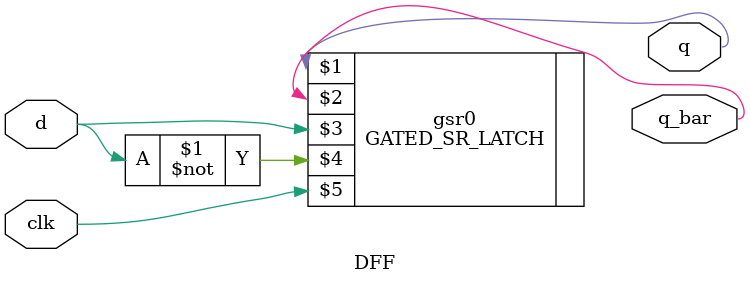
<source format=v>
module DFF(q,q_bar,d,clk);
   input d,clk;
   output q,q_bar;
   GATED_SR_LATCH gsr0(q,q_bar,d,~d,clk);
endmodule // DFF

</source>
